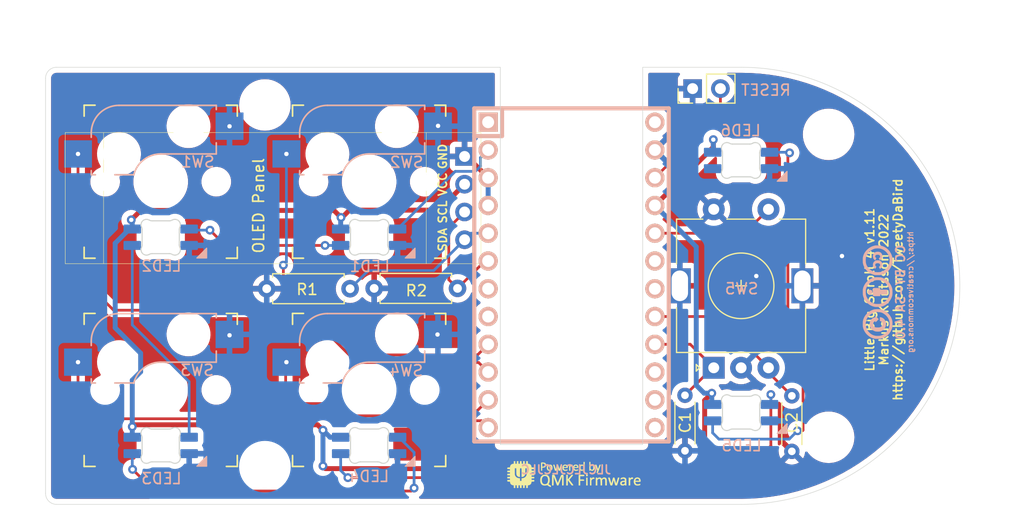
<source format=kicad_pcb>
(kicad_pcb (version 20211014) (generator pcbnew)
  (title_block (title "Little Big Scroll") (date "2022-01-28") (rev "v1.11") (company "Markus Knutsson <markus.knutsson@tweety.se>") (comment 1 "https://github.com/TweetyDaBird") (comment 2 "Licensed under Creative Commons Attribution-ShareAlike 4.0 International"))
  (layers (0 "F.Cu" signal) (31 "B.Cu" signal) (34 "B.Paste" user) (35 "F.Paste" user) (36 "B.SilkS" user "B.Silkscreen") (37 "F.SilkS" user "F.Silkscreen") (38 "B.Mask" user) (39 "F.Mask" user) (44 "Edge.Cuts" user))
  (net 0 "")
  (net 1 "GND")
  (net 2 "VCC")
  (net 3 "RGB")
  (net 4 "Net-(LED1-Pad2)")
  (net 5 "Net-(LED2-Pad2)")
  (net 6 "Net-(LED3-Pad2)")
  (net 7 "Net-(LED4-Pad2)")
  (net 8 "Net-(LED5-Pad2)")
  (net 9 "SDA")
  (net 10 "SCL")
  (net 11 "ENC_A")
  (net 12 "ENC_B")
  (net 14 "Key1")
  (net 15 "Key2")
  (net 16 "Key3")
  (net 17 "Key4")
  (net 18 "Net-(J1-Pad2)")
  (net 19 "Key5")
  (footprint "KiCad-SSD1306-0.91-OLED-4pin-128x32:SSD1306-0.91-OLED-4pin-128x32" (layer "F.Cu") (at 176.605 103.53)
    (fp_text reference "OLED1" hide)
    (fp_text value "OLED_4pin")
    (fp_text user "SCL" (at 15.5 1.27 -90) (layer "F.SilkS") (effects (font (size 0.75 0.75))))
    (fp_text user "SDA" (at 15.5 3.81 -90) (layer "F.SilkS") (effects (font (size 0.75 0.75))))
    (fp_text user "GND" (at 15.5 -3.81 -90) (layer "F.SilkS") (effects (font (size 0.75 0.75))))
    (fp_text user "OLED Panel" (at -1.325 0.69 270) (layer "F.SilkS"))
    (fp_text user "VCC" (at 15.5 -1.27 -90) (layer "F.SilkS") (effects (font (size 0.75 0.75))))
    (pad "1" thru_hole rect locked (at 17.5 -3.81) (size 1.7 1.7) (drill 1) (layers *.Cu *.Mask) (net 1 "GND"))
    (pad "2" thru_hole oval locked (at 17.5 -1.27) (size 1.7 1.7) (drill 1) (layers *.Cu *.Mask) (net 2 "VCC"))
    (pad "3" thru_hole oval locked (at 17.5 1.27) (size 1.7 1.7) (drill 1) (layers *.Cu *.Mask) (net 10 "SCL"))
    (pad "4" thru_hole oval locked (at 17.5 3.81) (size 1.7 1.7) (drill 1) (layers *.Cu *.Mask) (net 9 "SDA"))
  )
  (footprint "kicad-keyboard-parts:MX_SK6812MINI-E" (layer "F.Cu") (at 185.38 102.03)
    (fp_text reference "LED1" (at 0.06 7.75) (layer "B.SilkS") (effects (justify mirror)))
    (fp_text value "SK6812MINI-E")
    (fp_line (start 1.699999 4.377157) (end 1.699999 5.782841) (layer "Edge.Cuts") (width 0.1))
    (fp_line (start 0.794452 6.579999) (end -0.794452 6.579999) (layer "Edge.Cuts") (width 0.1))
    (fp_line (start -0.794452 3.58) (end 0.794453 3.58) (layer "Edge.Cuts") (width 0.1))
    (fp_line (start -1.699999 5.782841) (end -1.699999 4.377157) (layer "Edge.Cuts") (width 0.1))
    (fp_arc (start -1.046711 6.648296) (mid -1.63807 6.584033) (end -1.749484 5.999719) (layer "Edge.Cuts") (width 0.1))
    (fp_arc (start -0.794453 3.579999) (mid -0.925123 3.562622) (end -1.046711 3.5117) (layer "Edge.Cuts") (width 0.1))
    (fp_arc (start -1.699999 5.782842) (mid -1.712527 5.894067) (end -1.749484 5.999719) (layer "Edge.Cuts") (width 0.1))
    (fp_arc (start -1.04671 6.648298) (mid -0.925122 6.597376) (end -0.794452 6.579999) (layer "Edge.Cuts") (width 0.1))
    (fp_arc (start 1.699999 4.377156) (mid 1.712527 4.265931) (end 1.749484 4.160279) (layer "Edge.Cuts") (width 0.1))
    (fp_arc (start -1.749484 4.160279) (mid -1.638071 3.575964) (end -1.046711 3.5117) (layer "Edge.Cuts") (width 0.1))
    (fp_arc (start 1.046711 3.511701) (mid 0.925123 3.562623) (end 0.794453 3.58) (layer "Edge.Cuts") (width 0.1))
    (fp_arc (start -1.749484 4.160279) (mid -1.712527 4.265931) (end -1.699999 4.377157) (layer "Edge.Cuts") (width 0.1))
    (fp_arc (start 1.749484 5.999719) (mid 1.712527 5.894067) (end 1.699999 5.782841) (layer "Edge.Cuts") (width 0.1))
    (fp_arc (start 1.046711 3.511701) (mid 1.63807 3.575965) (end 1.749484 4.160279) (layer "Edge.Cuts") (width 0.1))
    (fp_arc (start 1.749484 5.999718) (mid 1.638072 6.584034) (end 1.046711 6.648298) (layer "Edge.Cuts") (width 0.1))
    (fp_arc (start 0.794452 6.579999) (mid 0.925123 6.597376) (end 1.046711 6.648298) (layer "Edge.Cuts") (width 0.1))
    (pad "1" smd roundrect locked (at -2.6 4.329999 270) (size 0.82 1.6) (layers "B.Cu" "B.Paste" "B.Mask") (roundrect_rratio 0.1) (net 2 "VCC"))
    (pad "2" smd roundrect locked (at -2.6 5.829999 270) (size 0.82 1.6) (layers "B.Cu" "B.Paste" "B.Mask") (roundrect_rratio 0.1) (net 4 "Net-(LED1-Pad2)"))
    (pad "3" smd roundrect locked (at 2.6 5.829999 270) (size 0.82 1.6) (layers "B.Cu" "B.Paste" "B.Mask") (roundrect_rratio 0.1) (net 1 "GND"))
    (pad "4" smd roundrect locked (at 2.6 4.329999 270) (size 0.82 1.6) (layers "B.Cu" "B.Paste" "B.Mask") (roundrect_rratio 0.1) (net 3 "RGB"))
  )
  (footprint "kicad-keyboard-parts:MX_SK6812MINI-E" (layer "F.Cu") (at 166.33 102.03)
    (fp_text reference "LED2" (at 0.06 7.71) (layer "B.SilkS") (effects (justify mirror)))
    (fp_text value "SK6812MINI-E")
    (fp_line (start -1.699999 5.782841) (end -1.699999 4.377157) (layer "Edge.Cuts") (width 0.1))
    (fp_line (start -0.794452 3.58) (end 0.794453 3.58) (layer "Edge.Cuts") (width 0.1))
    (fp_line (start 1.699999 4.377157) (end 1.699999 5.782841) (layer "Edge.Cuts") (width 0.1))
    (fp_line (start 0.794452 6.579999) (end -0.794452 6.579999) (layer "Edge.Cuts") (width 0.1))
    (fp_arc (start -1.749484 4.160279) (mid -1.712527 4.265931) (end -1.699999 4.377157) (layer "Edge.Cuts") (width 0.1))
    (fp_arc (start 1.046711 3.511701) (mid 0.925123 3.562623) (end 0.794453 3.58) (layer "Edge.Cuts") (width 0.1))
    (fp_arc (start 0.794452 6.579999) (mid 0.925123 6.597376) (end 1.046711 6.648298) (layer "Edge.Cuts") (width 0.1))
    (fp_arc (start 1.699999 4.377156) (mid 1.712527 4.265931) (end 1.749484 4.160279) (layer "Edge.Cuts") (width 0.1))
    (fp_arc (start 1.749484 5.999719) (mid 1.712527 5.894067) (end 1.699999 5.782841) (layer "Edge.Cuts") (width 0.1))
    (fp_arc (start -1.046711 6.648296) (mid -1.63807 6.584033) (end -1.749484 5.999719) (layer "Edge.Cuts") (width 0.1))
    (fp_arc (start -1.04671 6.648298) (mid -0.925122 6.597376) (end -0.794452 6.579999) (layer "Edge.Cuts") (width 0.1))
    (fp_arc (start 1.749484 5.999718) (mid 1.638072 6.584034) (end 1.046711 6.648298) (layer "Edge.Cuts") (width 0.1))
    (fp_arc (start 1.046711 3.511701) (mid 1.63807 3.575965) (end 1.749484 4.160279) (layer "Edge.Cuts") (width 0.1))
    (fp_arc (start -0.794453 3.579999) (mid -0.925123 3.562622) (end -1.046711 3.5117) (layer "Edge.Cuts") (width 0.1))
    (fp_arc (start -1.699999 5.782842) (mid -1.712527 5.894067) (end -1.749484 5.999719) (layer "Edge.Cuts") (width 0.1))
    (fp_arc (start -1.749484 4.160279) (mid -1.638071 3.575964) (end -1.046711 3.5117) (layer "Edge.Cuts") (width 0.1))
    (pad "1" smd roundrect locked (at -2.6 4.329999 270) (size 0.82 1.6) (layers "B.Cu" "B.Paste" "B.Mask") (roundrect_rratio 0.1) (net 2 "VCC"))
    (pad "2" smd roundrect locked (at -2.6 5.829999 270) (size 0.82 1.6) (layers "B.Cu" "B.Paste" "B.Mask") (roundrect_rratio 0.1) (net 5 "Net-(LED2-Pad2)"))
    (pad "3" smd roundrect locked (at 2.6 5.829999 270) (size 0.82 1.6) (layers "B.Cu" "B.Paste" "B.Mask") (roundrect_rratio 0.1) (net 1 "GND"))
    (pad "4" smd roundrect locked (at 2.6 4.329999 270) (size 0.82 1.6) (layers "B.Cu" "B.Paste" "B.Mask") (roundrect_rratio 0.1) (net 4 "Net-(LED1-Pad2)"))
  )
  (footprint "kicad-keyboard-parts:MX_SK6812MINI-E" (layer "F.Cu") (at 166.33 121.08)
    (fp_text reference "LED3" (at 0.07 8.11) (layer "B.SilkS") (effects (justify mirror)))
    (fp_text value "SK6812MINI-E")
    (fp_line (start -1.699999 5.782841) (end -1.699999 4.377157) (layer "Edge.Cuts") (width 0.1))
    (fp_line (start -0.794452 3.58) (end 0.794453 3.58) (layer "Edge.Cuts") (width 0.1))
    (fp_line (start 0.794452 6.579999) (end -0.794452 6.579999) (layer "Edge.Cuts") (width 0.1))
    (fp_line (start 1.699999 4.377157) (end 1.699999 5.782841) (layer "Edge.Cuts") (width 0.1))
    (fp_arc (start -1.749484 4.160279) (mid -1.638071 3.575964) (end -1.046711 3.5117) (layer "Edge.Cuts") (width 0.1))
    (fp_arc (start 1.046711 3.511701) (mid 1.63807 3.575965) (end 1.749484 4.160279) (layer "Edge.Cuts") (width 0.1))
    (fp_arc (start 1.749484 5.999719) (mid 1.712527 5.894067) (end 1.699999 5.782841) (layer "Edge.Cuts") (width 0.1))
    (fp_arc (start 0.794452 6.579999) (mid 0.925123 6.597376) (end 1.046711 6.648298) (layer "Edge.Cuts") (width 0.1))
    (fp_arc (start 1.749484 5.999718) (mid 1.638072 6.584034) (end 1.046711 6.648298) (layer "Edge.Cuts") (width 0.1))
    (fp_arc (start -1.046711 6.648296) (mid -1.63807 6.584033) (end -1.749484 5.999719) (layer "Edge.Cuts") (width 0.1))
    (fp_arc (start 1.046711 3.511701) (mid 0.925123 3.562623) (end 0.794453 3.58) (layer "Edge.Cuts") (width 0.1))
    (fp_arc (start -1.699999 5.782842) (mid -1.712527 5.894067) (end -1.749484 5.999719) (layer "Edge.Cuts") (width 0.1))
    (fp_arc (start -0.794453 3.579999) (mid -0.925123 3.562622) (end -1.046711 3.5117) (layer "Edge.Cuts") (width 0.1))
    (fp_arc (start 1.699999 4.377156) (mid 1.712527 4.265931) (end 1.749484 4.160279) (layer "Edge.Cuts") (width 0.1))
    (fp_arc (start -1.749484 4.160279) (mid -1.712527 4.265931) (end -1.699999 4.377157) (layer "Edge.Cuts") (width 0.1))
    (fp_arc (start -1.04671 6.648298) (mid -0.925122 6.597376) (end -0.794452 6.579999) (layer "Edge.Cuts") (width 0.1))
    (pad "1" smd roundrect locked (at -2.6 4.329999 270) (size 0.82 1.6) (layers "B.Cu" "B.Paste" "B.Mask") (roundrect_rratio 0.1) (net 2 "VCC"))
    (pad "2" smd roundrect locked (at -2.6 5.829999 270) (size 0.82 1.6) (layers "B.Cu" "B.Paste" "B.Mask") (roundrect_rratio 0.1) (net 6 "Net-(LED3-Pad2)"))
    (pad "3" smd roundrect locked (at 2.6 5.829999 270) (size 0.82 1.6) (layers "B.Cu" "B.Paste" "B.Mask") (roundrect_rratio 0.1) (net 1 "GND"))
    (pad "4" smd roundrect locked (at 2.6 4.329999 270) (size 0.82 1.6) (layers "B.Cu" "B.Paste" "B.Mask") (roundrect_rratio 0.1) (net 5 "Net-(LED2-Pad2)"))
  )
  (footprint "kicad-keyboard-parts:MX_SK6812MINI-E" (layer "F.Cu") (at 185.38 121.08)
    (fp_text reference "LED4" (at -0.01 7.91) (layer "B.SilkS") (effects (justify mirror)))
    (fp_text value "SK6812MINI-E")
    (fp_line (start -0.794452 3.58) (end 0.794453 3.58) (layer "Edge.Cuts") (width 0.1))
    (fp_line (start -1.699999 5.782841) (end -1.699999 4.377157) (layer "Edge.Cuts") (width 0.1))
    (fp_line (start 0.794452 6.579999) (end -0.794452 6.579999) (layer "Edge.Cuts") (width 0.1))
    (fp_line (start 1.699999 4.377157) (end 1.699999 5.782841) (layer "Edge.Cuts") (width 0.1))
    (fp_arc (start -1.749484 4.160279) (mid -1.638071 3.575964) (end -1.046711 3.5117) (layer "Edge.Cuts") (width 0.1))
    (fp_arc (start 1.046711 3.511701) (mid 1.63807 3.575965) (end 1.749484 4.160279) (layer "Edge.Cuts") (width 0.1))
    (fp_arc (start 1.749484 5.999718) (mid 1.638072 6.584034) (end 1.046711 6.648298) (layer "Edge.Cuts") (width 0.1))
    (fp_arc (start -1.699999 5.782842) (mid -1.712527 5.894067) (end -1.749484 5.999719) (layer "Edge.Cuts") (width 0.1))
    (fp_arc (start 1.749484 5.999719) (mid 1.712527 5.894067) (end 1.699999 5.782841) (layer "Edge.Cuts") (width 0.1))
    (fp_arc (start -1.749484 4.160279) (mid -1.712527 4.265931) (end -1.699999 4.377157) (layer "Edge.Cuts") (width 0.1))
    (fp_arc (start 1.046711 3.511701) (mid 0.925123 3.562623) (end 0.794453 3.58) (layer "Edge.Cuts") (width 0.1))
    (fp_arc (start 0.794452 6.579999) (mid 0.925123 6.597376) (end 1.046711 6.648298) (layer "Edge.Cuts") (width 0.1))
    (fp_arc (start -1.04671 6.648298) (mid -0.925122 6.597376) (end -0.794452 6.579999) (layer "Edge.Cuts") (width 0.1))
    (fp_arc (start -0.794453 3.579999) (mid -0.925123 3.562622) (end -1.046711 3.5117) (layer "Edge.Cuts") (width 0.1))
    (fp_arc (start 1.699999 4.377156) (mid 1.712527 4.265931) (end 1.749484 4.160279) (layer "Edge.Cuts") (width 0.1))
    (fp_arc (start -1.046711 6.648296) (mid -1.63807 6.584033) (end -1.749484 5.999719) (layer "Edge.Cuts") (width 0.1))
    (pad "1" smd roundrect locked (at -2.6 4.329999 270) (size 0.82 1.6) (layers "B.Cu" "B.Paste" "B.Mask") (roundrect_rratio 0.1) (net 2 "VCC"))
    (pad "2" smd roundrect locked (at -2.6 5.829999 270) (size 0.82 1.6) (layers "B.Cu" "B.Paste" "B.Mask") (roundrect_rratio 0.1) (net 7 "Net-(LED4-Pad2)"))
    (pad "3" smd roundrect locked (at 2.6 5.829999 270) (size 0.82 1.6) (layers "B.Cu" "B.Paste" "B.Mask") (roundrect_rratio 0.1) (net 1 "GND"))
    (pad "4" smd roundrect locked (at 2.6 4.329999 270) (size 0.82 1.6) (layers "B.Cu" "B.Paste" "B.Mask") (roundrect_rratio 0.1) (net 6 "Net-(LED3-Pad2)"))
  )
  (footprint "Resistor_THT:R_Axial_DIN0204_L3.6mm_D1.6mm_P5.08mm_Horizontal" (layer "F.Cu") (at 214.25 121.57 -90)
    (fp_text reference "C1" (at 2.5 -0.02 90) (layer "F.SilkS"))
    (fp_text value "100nF")
    (pad "1" thru_hole circle locked (at 0 0 270) (size 1.4 1.4) (drill 0.7) (layers *.Cu *.Mask) (net 11 "ENC_A"))
    (pad "2" thru_hole oval locked (at 5.08 0 270) (size 1.4 1.4) (drill 0.7) (layers *.Cu *.Mask) (net 1 "GND"))
  )
  (footprint "Resistor_THT:R_Axial_DIN0204_L3.6mm_D1.6mm_P5.08mm_Horizontal" (layer "F.Cu") (at 224.02 126.7 90)
    (fp_text reference "C2" (at 2.62 0.01 90) (layer "F.SilkS"))
    (fp_text value "100nF")
    (pad "1" thru_hole circle locked (at 0 0 90) (size 1.4 1.4) (drill 0.7) (layers *.Cu *.Mask) (net 1 "GND"))
    (pad "2" thru_hole oval locked (at 5.08 0 90) (size 1.4 1.4) (drill 0.7) (layers *.Cu *.Mask) (net 12 "ENC_B"))
  )
  (footprint "Resistor_THT:R_Axial_DIN0207_L6.3mm_D2.5mm_P7.62mm_Horizontal" (layer "F.Cu") (at 193.46 111.79 180)
    (fp_text reference "R2" (at 3.76 -0.21) (layer "F.SilkS"))
    (fp_text value "4K7")
    (pad "1" thru_hole circle locked (at 0 0 180) (size 1.6 1.6) (drill 0.8) (layers *.Cu *.Mask) (net 10 "SCL"))
    (pad "2" thru_hole oval locked (at 7.62 0 180) (size 1.6 1.6) (drill 0.8) (layers *.Cu *.Mask) (net 1 "GND"))
  )
  (footprint "keyswitches:Kailh_socket_MX_RGB" (layer "F.Cu") (at 166.33 102.03)
    (fp_text reference "SW1" (at 3.39 -1.81) (layer "B.SilkS") (effects (justify mirror)))
    (fp_text value "SW_Push" hide)
    (pad "" np_thru_hole circle locked (at 0 0) (size 3.9878 3.9878) (drill 3.9878) (layers *.Cu *.Mask))
    (pad "" np_thru_hole circle locked (at 2.54 -5.08) (size 3 3) (drill 3) (layers *.Cu *.Mask))
    (pad "" np_thru_hole circle locked (at 5.08 0) (size 1.7018 1.7018) (drill 1.7018) (layers *.Cu *.Mask))
    (pad "" np_thru_hole circle locked (at -5.08 0) (size 1.7018 1.7018) (drill 1.7018) (layers *.Cu *.Mask))
    (pad "" np_thru_hole circle locked (at -3.81 -2.54) (size 3 3) (drill 3) (layers *.Cu *.Mask))
    (pad "1" smd rect locked (at 6.29 -5.08) (size 2.55 2.5) (layers "B.Cu" "B.Paste" "B.Mask") (net 1 "GND"))
    (pad "2" smd rect locked (at -7.56 -2.54) (size 2.55 2.5) (layers "B.Cu" "B.Paste" "B.Mask") (net 14 "Key1"))
  )
  (footprint "keyswitches:Kailh_socket_MX_RGB" (layer "F.Cu") (at 185.38 102.03)
    (fp_text reference "SW2" (at 3.43 -1.78) (layer "B.SilkS") (effects (justify mirror)))
    (fp_text value "SW_Push" hide)
    (pad "" np_thru_hole circle locked (at 2.54 -5.08) (size 3 3) (drill 3) (layers *.Cu *.Mask))
    (pad "" np_thru_hole circle locked (at 0 0) (size 3.9878 3.9878) (drill 3.9878) (layers *.Cu *.Mask))
    (pad "" np_thru_hole circle locked (at 5.08 0) (size 1.7018 1.7018) (drill 1.7018) (layers *.Cu *.Mask))
    (pad "" np_thru_hole circle locked (at -5.08 0) (size 1.7018 1.7018) (drill 1.7018) (layers *.Cu *.Mask))
    (pad "" np_thru_hole circle locked (at -3.81 -2.54) (size 3 3) (drill 3) (layers *.Cu *.Mask))
    (pad "1" smd rect locked (at 6.29 -5.08) (size 2.55 2.5) (layers "B.Cu" "B.Paste" "B.Mask") (net 1 "GND"))
    (pad "2" smd rect locked (at -7.56 -2.54) (size 2.55 2.5) (layers "B.Cu" "B.Paste" "B.Mask") (net 15 "Key2"))
  )
  (footprint "keyswitches:Kailh_socket_MX_RGB" (layer "F.Cu") (at 166.33 121.08)
    (fp_text reference "SW3" (at 3.33 -1.8) (layer "B.SilkS") (effects (justify mirror)))
    (fp_text value "SW_Push" hide)
    (pad "" np_thru_hole circle locked (at 2.54 -5.08) (size 3 3) (drill 3) (layers *.Cu *.Mask))
    (pad "" np_thru_hole circle locked (at 5.08 0) (size 1.7018 1.7018) (drill 1.7018) (layers *.Cu *.Mask))
    (pad "" np_thru_hole circle locked (at 0 0) (size 3.9878 3.9878) (drill 3.9878) (layers *.Cu *.Mask))
    (pad "" np_thru_hole circle locked (at -3.81 -2.54) (size 3 3) (drill 3) (layers *.Cu *.Mask))
    (pad "" np_thru_hole circle locked (at -5.08 0) (size 1.7018 1.7018) (drill 1.7018) (layers *.Cu *.Mask))
    (pad "1" smd rect locked (at 6.29 -5.08) (size 2.55 2.5) (layers "B.Cu" "B.Paste" "B.Mask") (net 1 "GND"))
    (pad "2" smd rect locked (at -7.56 -2.54) (size 2.55 2.5) (layers "B.Cu" "B.Paste" "B.Mask") (net 16 "Key3"))
  )
  (footprint "keyswitches:Kailh_socket_MX_RGB" (layer "F.Cu") (at 185.38 121.08)
    (fp_text reference "SW4" (at 3.4 -1.76) (layer "B.SilkS") (effects (justify mirror)))
    (fp_text value "SW_Push" hide)
    (pad "" np_thru_hole circle locked (at 5.08 0) (size 1.7018 1.7018) (drill 1.7018) (layers *.Cu *.Mask))
    (pad "" np_thru_hole circle locked (at 0 0) (size 3.9878 3.9878) (drill 3.9878) (layers *.Cu *.Mask))
    (pad "" np_thru_hole circle locked (at -5.08 0) (size 1.7018 1.7018) (drill 1.7018) (layers *.Cu *.Mask))
    (pad "" np_thru_hole circle locked (at -3.81 -2.54) (size 3 3) (drill 3) (layers *.Cu *.Mask))
    (pad "" np_thru_hole circle locked (at 2.54 -5.08) (size 3 3) (drill 3) (layers *.Cu *.Mask))
    (pad "1" smd rect locked (at 6.29 -5.08) (size 2.55 2.5) (layers "B.Cu" "B.Paste" "B.Mask") (net 1 "GND"))
    (pad "2" smd rect locked (at -7.56 -2.54) (size 2.55 2.5) (layers "B.Cu" "B.Paste" "B.Mask") (net 17 "Key4"))
  )
  (footprint "Keebio-Parts:ArduinoProMicro-BackSide" (layer "F.Cu") (at 203.88 110.555 -90)
    (fp_text reference "U1" hide)
    (fp_text value "ProMicro" hide)
    (pad "1" thru_hole rect locked (at -13.97 7.62 270) (size 1.7526 1.7526) (drill 1.0922) (layers *.Cu *.SilkS *.Mask))
    (pad "2" thru_hole circle locked (at -11.43 7.62 270) (size 1.7526 1.7526) (drill 1.0922) (layers *.Cu *.SilkS *.Mask) (net 3 "RGB"))
    (pad "3" thru_hole circle locked (at -8.89 7.62 270) (size 1.7526 1.7526) (drill 1.0922) (layers *.Cu *.SilkS *.Mask) (net 1 "GND"))
    (pad "4" thru_hole circle locked (at -6.35 7.62 270) (size 1.7526 1.7526) (drill 1.0922) (layers *.Cu *.SilkS *.Mask) (net 1 "GND"))
    (pad "5" thru_hole circle locked (at -3.81 7.62 270) (size 1.7526 1.7526) (drill 1.0922) (layers *.Cu *.SilkS *.Mask) (net 9 "SDA"))
    (pad "6" thru_hole circle locked (at -1.27 7.62 270) (size 1.7526 1.7526) (drill 1.0922) (layers *.Cu *.SilkS *.Mask) (net 10 "SCL"))
    (pad "7" thru_hole circle locked (at 1.27 7.62 270) (size 1.7526 1.7526) (drill 1.0922) (layers *.Cu *.SilkS *.Mask))
    (pad "8" thru_hole circle locked (at 3.81 7.62 270) (size 1.7526 1.7526) (drill 1.0922) (layers *.Cu *.SilkS *.Mask))
    (pad "9" thru_hole circle locked (at 6.35 7.62 270) (size 1.7526 1.7526) (drill 1.0922) (layers *.Cu *.SilkS *.Mask) (net 15 "Key2"))
    (pad "10" thru_hole circle locked (at 8.89 7.62 270) (size 1.7526 1.7526) (drill 1.0922) (layers *.Cu *.SilkS *.Mask) (net 14 "Key1"))
    (pad "11" thru_hole circle locked (at 11.43 7.62 270) (size 1.7526 1.7526) (drill 1.0922) (layers *.Cu *.SilkS *.Mask) (net 17 "Key4"))
    (pad "12" thru_hole circle locked (at 13.97 7.62 270) (size 1.7526 1.7526) (drill 1.0922) (layers *.Cu *.SilkS *.Mask) (net 16 "Key3"))
    (pad "13" thru_hole circle locked (at 13.97 -7.62 270) (size 1.7526 1.7526) (drill 1.0922) (layers *.Cu *.SilkS *.Mask))
    (pad "14" thru_hole circle locked (at 11.43 -7.62 270) (size 1.7526 1.7526) (drill 1.0922) (layers *.Cu *.SilkS *.Mask))
    (pad "15" thru_hole circle locked (at 8.89 -7.62 270) (size 1.7526 1.7526) (drill 1.0922) (layers *.Cu *.SilkS *.Mask))
    (pad "16" thru_hole circle locked (at 6.35 -7.62 270) (size 1.7526 1.7526) (drill 1.0922) (layers *.Cu *.SilkS *.Mask) (net 11 "ENC_A"))
    (pad "17" thru_hole circle locked (at 3.81 -7.62 270) (size 1.7526 1.7526) (drill 1.0922) (layers *.Cu *.SilkS *.Mask) (net 12 "ENC_B"))
    (pad "18" thru_hole circle locked (at 1.27 -7.62 270) (size 1.7526 1.7526) (drill 1.0922) (layers *.Cu *.SilkS *.Mask))
    (pad "19" thru_hole circle locked (at -1.27 -7.62 270) (size 1.7526 1.7526) (drill 1.0922) (layers *.Cu *.SilkS *.Mask))
    (pad "20" thru_hole circle locked (at -3.81 -7.62 270) (size 1.7526 1.7526) (drill 1.0922) (layers *.Cu *.SilkS *.Mask) (net 19 "Key5"))
    (pad "21" thru_hole circle locked (at -6.35 -7.62 270) (size 1.7526 1.7526) (drill 1.0922) (layers *.Cu *.SilkS *.Mask) (net 2 "VCC"))
    (pad "22" thru_hole circle locked (at -8.89 -7.62 270) (size 1.7526 1.7526) (drill 1.0922) (layers *.Cu *.SilkS *.Mask) (net 18 "Net-(J1-Pad2)"))
    (pad "23" thru_hole circle locked (at -11.43 -7.62 270) (size 1.7526 1.7526) (drill 1.0922) (layers *.Cu *.SilkS *.Mask) (net 1 "GND"))
    (pad "24" thru_hole circle locked (at -13.97 -7.62 270) (size 1.7526 1.7526) (drill 1.0922) (layers *.Cu *.SilkS *.Mask))
  )
  (footprint "Keyboard Library:RotaryEncoder_Alps_EC11E-Switch_Vertical_H20mm" (layer "F.Cu") (at 219.38 111.555 90)
    (fp_text reference "SW5" (at -0.265 0.05 180) (layer "B.SilkS") (effects (justify mirror)))
    (fp_text value "Rotary_Encoder_Switch")
    (pad "A" thru_hole rect (at -7.5 -2.5 90) (size 2 2) (drill 1) (layers *.Cu *.Mask) (net 11 "ENC_A"))
    (pad "B" thru_hole circle (at -7.5 2.5 90) (size 2 2) (drill 1) (layers *.Cu *.Mask) (net 12 "ENC_B"))
    (pad "C" thru_hole circle (at -7.5 0 90) (size 2 2) (drill 1) (layers *.Cu *.Mask) (net 1 "GND"))
    (pad "MP1" thru_hole rect (at 0 5.6 90) (size 3.2 2) (drill oval 2.8 1.5) (layers *.Cu *.Mask) (net 1 "GND"))
    (pad "MP2" thru_hole rect (at 0 -5.6 90) (size 3.2 2) (drill oval 2.8 1.5) (layers *.Cu *.Mask) (net 1 "GND"))
    (pad "S1" thru_hole circle (at 7 2.5 90) (size 2 2) (drill 1) (layers *.Cu *.Mask) (net 19 "Key5"))
    (pad "S2" thru_hole circle (at 7 -2.5 90) (size 2 2) (drill 1) (layers *.Cu *.Mask) (net 1 "GND"))
  )
  (footprint "MountingHole:MountingHole_3.7mm" (layer "F.Cu") (at 175.855 95.005)
    (fp_text reference "H1" hide)
    (fp_text value "Hole")
    (pad "" np_thru_hole circle locked (at 0 0) (size 3.7 3.7) (drill 3.7) (layers *.Cu *.Mask))
  )
  (footprint "MountingHole:MountingHole_3.7mm" (layer "F.Cu") (at 227.38 97.698594)
    (fp_text reference "H2" hide)
    (fp_text value "Hole")
    (pad "" np_thru_hole circle locked (at 0 0) (size 3.7 3.7) (drill 3.7) (layers *.Cu *.Mask))
  )
  (footprint "MountingHole:MountingHole_3.7mm" (layer "F.Cu") (at 227.38 125.411406)
    (fp_text reference "H3" hide)
    (fp_text value "Hole")
    (pad "" np_thru_hole circle locked (at 0 0) (size 3.7 3.7) (drill 3.7) (layers *.Cu *.Mask))
  )
  (footprint "MountingHole:MountingHole_3.7mm" (layer "F.Cu") (at 175.855 128.105)
    (fp_text reference "H4" hide)
    (fp_text value "Hole")
    (pad "" np_thru_hole circle locked (at 0 0) (size 3.7 3.7) (drill 3.7) (layers *.Cu *.Mask))
  )
  (footprint "kicad-keyboard-parts:MX_SK6812MINI-E" (layer "F.Cu") (at 219.38 95.005)
    (fp_text reference "LED6" (at -0.04 2.345) (layer "B.SilkS") (effects (justify mirror)))
    (fp_text value "SK6812MINI-E")
    (fp_line (start 1.699999 4.377157) (end 1.699999 5.782841) (layer "Edge.Cuts") (width 0.1))
    (fp_line (start -1.699999 5.782841) (end -1.699999 4.377157) (layer "Edge.Cuts") (width 0.1))
    (fp_line (start 0.794452 6.579999) (end -0.794452 6.579999) (layer "Edge.Cuts") (width 0.1))
    (fp_line (start -0.794452 3.58) (end 0.794453 3.58) (layer "Edge.Cuts") (width 0.1))
    (fp_arc (start -1.749484 4.160279) (mid -1.712527 4.265931) (end -1.699999 4.377157) (layer "Edge.Cuts") (width 0.1))
    (fp_arc (start 1.699999 4.377156) (mid 1.712527 4.265931) (end 1.749484 4.160279) (layer "Edge.Cuts") (width 0.1))
    (fp_arc (start 1.046711 3.511701) (mid 0.925123 3.562623) (end 0.794453 3.58) (layer "Edge.Cuts") (width 0.1))
    (fp_arc (start 0.794452 6.579999) (mid 0.925123 6.597376) (end 1.046711 6.648298) (layer "Edge.Cuts") (width 0.1))
    (fp_arc (start 1.749484 5.999719) (mid 1.712527 5.894067) (end 1.699999 5.782841) (layer "Edge.Cuts") (width 0.1))
    (fp_arc (start -1.04671 6.648298) (mid -0.925122 6.597376) (end -0.794452 6.579999) (layer "Edge.Cuts") (width 0.1))
    (fp_arc (start -1.749484 4.160279) (mid -1.638071 3.575964) (end -1.046711 3.5117) (layer "Edge.Cuts") (width 0.1))
    (fp_arc (start 1.749484 5.999718) (mid 1.638072 6.584034) (end 1.046711 6.648298) (layer "Edge.Cuts") (width 0.1))
    (fp_arc (start -0.794453 3.579999) (mid -0.925123 3.562622) (end -1.046711 3.5117) (layer "Edge.Cuts") (width 0.1))
    (fp_arc (start 1.046711 3.511701) (mid 1.63807 3.575965) (end 1.749484 4.160279) (layer "Edge.Cuts") (width 0.1))
    (fp_arc (start -1.046711 6.648296) (mid -1.63807 6.584033) (end -1.749484 5.999719) (layer "Edge.Cuts") (width 0.1))
    (fp_arc (start -1.699999 5.782842) (mid -1.712527 5.894067) (end -1.749484 5.999719) (layer "Edge.Cuts") (width 0.1))
    (pad "1" smd roundrect locked (at -2.6 4.329999 270) (size 0.82 1.6) (layers "B.Cu" "B.Paste" "B.Mask") (roundrect_rratio 0.1) (net 2 "VCC"))
    (pad "2" smd roundrect locked (at -2.6 5.829999 270) (size 0.82 1.6) (layers "B.Cu" "B.Paste" "B.Mask") (roundrect_rratio 0.1))
    (pad "3" smd roundrect locked (at 2.6 5.829999 270) (size 0.82 1.6) (layers "B.Cu" "B.Paste" "B.Mask") (roundrect_rratio 0.1) (net 1 "GND"))
    (pad "4" smd roundrect locked (at 2.6 4.329999 270) (size 0.82 1.6) (layers "B.Cu" "B.Paste" "B.Mask") (roundrect_rratio 0.1) (net 8 "Net-(LED5-Pad2)"))
  )
  (footprint "kicad-keyboard-parts:MX_SK6812MINI-E" (layer "F.Cu") (at 219.38 118.08)
    (fp_text reference "LED5" (at 0.05 8.1) (layer "B.SilkS") (effects (justify mirror)))
    (fp_text value "SK6812MINI-E")
    (fp_line (start 1.699999 4.377157) (end 1.699999 5.782841) (layer "Edge.Cuts") (width 0.1))
    (fp_line (start -1.699999 5.782841) (end -1.699999 4.377157) (layer "Edge.Cuts") (width 0.1))
    (fp_line (start -0.794452 3.58) (end 0.794453 3.58) (layer "Edge.Cuts") (width 0.1))
    (fp_line (start 0.794452 6.579999) (end -0.794452 6.579999) (layer "Edge.Cuts") (width 0.1))
    (fp_arc (start -1.046711 6.648296) (mid -1.63807 6.584033) (end -1.749484 5.999719) (layer "Edge.Cuts") (width 0.1))
    (fp_arc (start 1.046711 3.511701) (mid 0.925123 3.562623) (end 0.794453 3.58) (layer "Edge.Cuts") (width 0.1))
    (fp_arc (start -1.749484 4.160279) (mid -1.638071 3.575964) (end -1.046711 3.5117) (layer "Edge.Cuts") (width 0.1))
    (fp_arc (start -1.699999 5.782842) (mid -1.712527 5.894067) (end -1.749484 5.999719) (layer "Edge.Cuts") (width 0.1))
    (fp_arc (start 1.749484 5.999719) (mid 1.712527 5.894067) (end 1.699999 5.782841) (layer "Edge.Cuts") (width 0.1))
    (fp_arc (start -1.04671 6.648298) (mid -0.925122 6.597376) (end -0.794452 6.579999) (layer "Edge.Cuts") (width 0.1))
    (fp_arc (start 1.046711 3.511701) (mid 1.63807 3.575965) (end 1.749484 4.160279) (layer "Edge.Cuts") (width 0.1))
    (fp_arc (start 1.699999 4.377156) (mid 1.712527 4.265931) (end 1.749484 4.160279) (layer "Edge.Cuts") (width 0.1))
    (fp_arc (start 1.749484 5.999718) (mid 1.638072 6.584034) (end 1.046711 6.648298) (layer "Edge.Cuts") (width 0.1))
    (fp_arc (start 0.794452 6.579999) (mid 0.925123 6.597376) (end 1.046711 6.648298) (layer "Edge.Cuts") (width 0.1))
    (fp_arc (start -0.794453 3.579999) (mid -0.925123 3.562622) (end -1.046711 3.5117) (layer "Edge.Cuts") (width 0.1))
    (fp_arc (start -1.749484 4.160279) (mid -1.712527 4.265931) (end -1.699999 4.377157) (layer "Edge.Cuts") (width 0.1))
    (pad "1" smd roundrect locked (at -2.6 4.329999 270) (size 0.82 1.6) (layers "B.Cu" "B.Paste" "B.Mask") (roundrect_rratio 0.1) (net 2 "VCC"))
    (pad "2" smd roundrect locked (at -2.6 5.829999 270) (size 0.82 1.6) (layers "B.Cu" "B.Paste" "B.Mask") (roundrect_rratio 0.1) (net 8 "Net-(LED5-Pad2)"))
    (pad "3" smd roundrect locked (at 2.6 5.829999 270) (size 0.82 1.6) (layers "B.Cu" "B.Paste" "B.Mask") (roundrect_rratio 0.1) (net 1 "GND"))
    (pad "4" smd roundrect locked (at 2.6 4.329999 270) (size 0.82 1.6) (layers "B.Cu" "B.Paste" "B.Mask") (roundrect_rratio 0.1) (net 7 "Net-(LED4-Pad2)"))
  )
  (footprint "Connector_PinHeader_2.54mm:PinHeader_1x02_P2.54mm_Vertical" (layer "F.Cu") (at 214.95 93.51 90)
    (fp_text reference "J1" hide)
    (fp_text value "Conn_01x02")
    (fp_text user "RESET" (at -0.14 6.7 180) (layer "B.SilkS") (effects (justify mirror)))
    (pad "1" thru_hole rect locked (at 0 0 90) (size 1.7 1.7) (drill 1) (layers *.Cu *.Mask) (net 1 "GND"))
    (pad "2" thru_hole oval locked (at 0 2.54 90) (size 1.7 1.7) (drill 1) (layers *.Cu *.Mask) (net 18 "Net-(J1-Pad2)"))
  )
  (footprint "Resistor_THT:R_Axial_DIN0207_L6.3mm_D2.5mm_P7.62mm_Horizontal" (layer "F.Cu") (at 183.64 111.82 180)
    (fp_text reference "R1" (at 3.93 -0.07) (layer "F.SilkS"))
    (fp_text value "4K7")
    (pad "1" thru_hole circle locked (at 0 0 180) (size 1.6 1.6) (drill 0.8) (layers *.Cu *.Mask) (net 9 "SDA"))
    (pad "2" thru_hole oval locked (at 7.62 0 180) (size 1.6 1.6) (drill 0.8) (layers *.Cu *.Mask) (net 1 "GND"))
  )
  (footprint "QMK Logo:Powered_by_QMK" (layer "F.Cu") (at 204.13 128.81)
    (fp_text reference "Logo1" hide)
    (fp_text value "QMK_Logo" hide)
  )
  (footprint "Keyboard Library:CC_BY_SA_40" (layer "B.Cu") (at 231.79 112.17 -90)
    (fp_text reference "Lic1" hide)
    (fp_text value "CC-BY-SA_4.0")
    (fp_text user "CC BY-SA 4.0" (at -0.041555 -2.16 -90) (layer "B.SilkS") (effects (font (size 0.8 0.8)) (justify mirror)))
    (fp_text user "https://creativecommons.org" (at -0.041555 -3.07 -90) (layer "B.SilkS") (effects (font (size 0.5 0.5) (thickness 0.1)) (justify mirror)))
  )
  (gr_line (start 210.39 91.56) (end 219.38 91.56) (layer "Edge.Cuts") (width 0.05))
  (gr_arc (start 155.805 92.56) (mid 156.097893 91.852893) (end 156.805 91.56) (layer "Edge.Cuts") (width 0.05))
  (gr_arc (start 156.805 131.55) (mid 156.097893 131.257107) (end 155.805 130.55) (layer "Edge.Cuts") (width 0.05))
  (gr_line (start 210.39 91.56) (end 210.39 126.07) (layer "Edge.Cuts") (width 0.05))
  (gr_arc (start 219.38 91.56) (mid 239.375 111.555) (end 219.38 131.55) (layer "Edge.Cuts") (width 0.05))
  (gr_line (start 197.37 126.07) (end 197.37 91.56) (layer "Edge.Cuts") (width 0.05))
  (gr_line (start 155.805 92.56) (end 155.805 130.55) (layer "Edge.Cuts") (width 0.05))
  (gr_line (start 156.805 131.55) (end 219.38 131.55) (layer "Edge.Cuts") (width 0.05))
  (gr_line (start 210.39 126.07) (end 197.37 126.07) (layer "Edge.Cuts") (width 0.05))
  (gr_line (start 156.805 91.56) (end 197.37 91.56) (layer "Edge.Cuts") (width 0.05))
  (gr_text "JLCJLCJLCJLC" (at 203.37 128.38) (layer "B.SilkS") (effects (font (size 0.8 0.8)) (justify mirror)))
  (gr_text "Little Big Scroll 4 v1.11\nMarkus Knutsson 2022\nhttps://github.com/TweetyDaBird" (at 232.43 111.91 90) (layer "F.SilkS") (effects (font (size 0.8 0.8))))
  (segment (start 194.105 99.72) (end 194.315 99.72) (width 0.45) (layer "F.Cu") (net 1))
  (segment (start 194.315 99.72) (end 196.26 101.665) (width 0.45) (layer "F.Cu") (net 1))
  (via (at 220.77 110.66) (size 0.8) (drill 0.4) (layers "F.Cu" "B.Cu") (net 1))
  (via (at 172.62 116.08) (size 0.8) (drill 0.4) (layers "F.Cu" "B.Cu") (net 1))
  (via (at 172.62 96.96) (size 0.8) (drill 0.4) (layers "F.Cu" "B.Cu") (net 1))
  (via (at 228.6 108.83) (size 0.8) (drill 0.4) (layers "F.Cu" "B.Cu") (net 1))
  (via (at 191.63 116.01) (size 0.8) (drill 0.4) (layers "F.Cu" "B.Cu") (net 1))
  (via (at 191.68 96.92) (size 0.8) (drill 0.4) (layers "F.Cu" "B.Cu") (net 1))
  (segment (start 196.26 104.205) (end 196.26 101.665) (width 0.45) (layer "B.Cu") (net 1))
  (segment (start 182.81 105.3) (end 182.17 104.66) (width 0.45) (layer "F.Cu") (net 2))
  (segment (start 163.904989 124.269511) (end 163.73 124.4445) (width 0.45) (layer "F.Cu") (net 2))
  (segment (start 183.58 104.63) (end 191.735 104.63) (width 0.45) (layer "F.Cu") (net 2))
  (segment (start 181.16 128.04) (end 181.4 128.28) (width 0.45) (layer "F.Cu") (net 2))
  (segment (start 214.8 128.28) (end 216.05 127.03) (width 0.45) (layer "F.Cu") (net 2))
  (segment (start 191.735 104.63) (end 194.105 102.26) (width 0.45) (layer "F.Cu") (net 2))
  (segment (start 216.84 98.865) (end 216.84 98.18) (width 0.45) (layer "F.Cu") (net 2))
  (segment (start 181.4 128.28) (end 214.8 128.28) (width 0.45) (layer "F.Cu") (net 2))
  (segment (start 182.81 105.3) (end 182.91 105.3) (width 0.45) (layer "F.Cu") (net 2))
  (segment (start 164.5 104.66) (end 163.64 105.52) (width 0.45) (layer "F.Cu") (net 2))
  (segment (start 180.669511 124.269511) (end 163.904989 124.269511) (width 0.45) (layer "F.Cu") (net 2))
  (segment (start 216.05 122.03) (end 216.7 121.38) (width 0.45) (layer "F.Cu") (net 2))
  (segment (start 216.05 127.03) (end 216.05 122.03) (width 0.45) (layer "F.Cu") (net 2))
  (segment (start 211.5 104.205) (end 216.84 98.865) (width 0.45) (layer "F.Cu") (net 2))
  (segment (start 181.16 124.76) (end 180.669511 124.269511) (width 0.45) (layer "F.Cu") (net 2))
  (segment (start 182.91 105.3) (end 183.58 104.63) (width 0.45) (layer "F.Cu") (net 2))
  (segment (start 182.17 104.66) (end 164.5 104.66) (width 0.45) (layer "F.Cu") (net 2))
  (via (at 216.7 121.38) (size 0.8) (drill 0.4) (layers "F.Cu" "B.Cu") (net 2))
  (via (at 181.16 124.76) (size 0.8) (drill 0.4) (layers "F.Cu" "B.Cu") (net 2))
  (via (at 181.16 128.04) (size 0.8) (drill 0.4) (layers "F.Cu" "B.Cu") (net 2))
  (via (at 163.73 124.4445) (size 0.8) (drill 0.4) (layers "F.Cu" "B.Cu") (net 2))
  (via (at 182.81 105.3) (size 0.8) (drill 0.4) (layers "F.Cu" "B.Cu") (net 2))
  (via (at 163.64 105.52) (size 0.8) (drill 0.4) (layers "F.Cu" "B.Cu") (net 2))
  (via (at 216.84 98.18) (size 0.8) (drill 0.4) (layers "F.Cu" "B.Cu") (net 2))
  (segment (start 163.73 106.359999) (end 163.73 105.61) (width 0.45) (layer "B.Cu") (net 2))
  (segment (start 181.16 124.76) (end 181.16 128.04) (width 0.45) (layer "B.Cu") (net 2))
  (segment (start 216.84 98.18) (end 216.84 99.274999) (width 0.45) (layer "B.Cu") (net 2))
  (segment (start 181.809999 125.409999) (end 181.16 124.76) (width 0.45) (layer "B.Cu") (net 2))
  (segment (start 163.73 105.61) (end 163.64 105.52) (width 0.45) (layer "B.Cu") (net 2))
  (segment (start 163.73 120.189124) (end 163.73 124.4445) (width 0.45) (layer "B.Cu") (net 2))
  (segment (start 216.005978 121.38) (end 216.7 121.38) (width 0.45) (layer "B.Cu") (net 2))
  (segment (start 211.5 104.205) (end 215.280489 107.985489) (width 0.45) (layer "B.Cu") (net 2))
  (segment (start 163.73 125.409999) (end 163.73 124.4445) (width 0.45) (layer "B.Cu") (net 2))
  (segment (start 216.7 122.329999) (end 216.7 121.38) (width 0.45) (layer "B.Cu") (net 2))
  (segment (start 163.73 106.359999) (end 163.467673 106.359999) (width 0.45) (layer "B.Cu") (net 2))
  (segment (start 182.78 106.359999) (end 182.78 105.33) (width 0.45) (layer "B.Cu") (net 2))
  (segment (start 163.467673 106.359999) (end 162.17 107.657672) (width 0.45) (layer "B.Cu") (net 2))
  (segment (start 216.84 99.274999) (end 216.78 99.334999) (width 0.45) (layer "B.Cu") (net 2))
  (segment (start 215.280489 107.985489) (end 215.280489 120.654511) (width 0.45) (layer "B.Cu") (net 2))
  (segment (start 215.280489 120.654511) (end 216.005978 121.38) (width 0.45) (layer "B.Cu") (net 2))
  (segment (start 162.17 107.657672) (end 162.17 115.397605) (width 0.45) (layer "B.Cu") (net 2))
  (segment (start 164.494521 117.722126) (end 164.494521 119.424603) (width 0.45) (layer "B.Cu") (net 2))
  (segment (start 216.78 122.409999) (end 216.7 122.329999) (width 0.45) (layer "B.Cu") (net 2))
  (segment (start 164.494521 119.424603) (end 163.73 120.189124) (width 0.45) (layer "B.Cu") (net 2))
  (segment (start 182.78 125.409999) (end 181.809999 125.409999) (width 0.45) (layer "B.Cu") (net 2))
  (segment (start 182.78 105.33) (end 182.81 105.3) (width 0.45) (layer "B.Cu") (net 2))
  (segment (start 162.17 115.397605) (end 164.494521 117.722126) (width 0.45) (layer "B.Cu") (net 2))
  (segment (start 193.25451 101.085489) (end 195.088533 101.085489) (width 0.25) (layer "B.Cu") (net 3))
  (segment (start 187.98 106.359999) (end 193.25451 101.085489) (width 0.25) (layer "B.Cu") (net 3))
  (segment (start 195.088533 101.085489) (end 195.56 100.614022) (width 0.25) (layer "B.Cu") (net 3))
  (segment (start 195.56 99.825) (end 196.26 99.125) (width 0.25) (layer "B.Cu") (net 3))
  (segment (start 195.56 100.614022) (end 195.56 99.825) (width 0.25) (layer "B.Cu") (net 3))
  (segment (start 172.619999 107.859999) (end 172.229999 107.859999) (width 0.25) (layer "F.Cu") (net 4))
  (segment (start 172.229999 107.859999) (end 170.83 106.46) (width 0.25) (layer "F.Cu") (net 4))
  (segment (start 181.350001 107.859999) (end 172.619999 107.859999) (width 0.25) (layer "F.Cu") (net 4))
  (via (at 170.83 106.46) (size 0.8) (drill 0.4) (layers "F.Cu" "B.Cu") (net 4))
  (via (at 181.350001 107.859999) (size 0.8) (drill 0.4) (layers "F.Cu" "B.Cu") (net 4))
  (segment (start 170.83 106.46) (end 169.030001 106.46) (width 0.25) (layer "B.Cu") (net 4))
  (segment (start 182.78 107.859999) (end 181.350001 107.859999) (width 0.25) (layer "B.Cu") (net 4))
  (segment (start 169.030001 106.46) (end 168.93 106.359999) (width 0.25) (layer "B.Cu") (net 4))
  (segment (start 168.93 120.330546) (end 168.93 125.409999) (width 0.25) (layer "B.Cu") (net 5))
  (segment (start 163.73 107.859999) (end 163.73 115.130546) (width 0.25) (layer "B.Cu") (net 5))
  (segment (start 163.73 115.130546) (end 168.93 120.330546) (width 0.25) (layer "B.Cu") (net 5))
  (segment (start 189.220479 130.329521) (end 189.49 130.06) (width 0.25) (layer "F.Cu") (net 6))
  (segment (start 163.76 128.35) (end 165.739521 130.329521) (width 0.25) (layer "F.Cu") (net 6))
  (segment (start 165.739521 130.329521) (end 189.220479 130.329521) (width 0.25) (layer "F.Cu") (net 6))
  (via (at 189.49 130.06) (size 0.8) (drill 0.4) (layers "F.Cu" "B.Cu") (net 6))
  (via (at 163.76 128.35) (size 0.8) (drill 0.4) (layers "F.Cu" "B.Cu") (net 6))
  (segment (start 163.73 128.32) (end 163.76 128.35) (width 0.25) (layer "B.Cu") (net 6))
  (segment (start 188.100906 125.409999) (end 187.98 125.409999) (width 0.25) (layer "B.Cu") (net 6))
  (segment (start 189.49 130.06) (end 189.49 126.799093) (width 0.25) (layer "B.Cu") (net 6))
  (segment (start 189.49 126.799093) (end 188.100906 125.409999) (width 0.25) (layer "B.Cu") (net 6))
  (segment (start 163.73 126.909999) (end 163.73 128.32) (width 0.25) (layer "B.Cu") (net 6))
  (segment (start 219.1955 129.1045) (end 183.438469 129.1045) (width 0.25) (layer "F.Cu") (net 7))
  (segment (start 222.1 126.2) (end 219.1955 129.1045) (width 0.25) (layer "F.Cu") (net 7))
  (segment (start 222.1 121.5) (end 222.1 126.2) (width 0.25) (layer "F.Cu") (net 7))
  (via (at 222.1 121.5) (size 0.8) (drill 0.4) (layers "F.Cu" "B.Cu") (net 7))
  (via (at 183.438469 129.1045) (size 0.8) (drill 0.4) (layers "F.Cu" "B.Cu") (net 7))
  (segment (start 221.98 122.409999) (end 222.1 122.289999) (width 0.25) (layer "B.Cu") (net 7))
  (segment (start 182.78 128.446031) (end 183.438469 129.1045) (width 0.25) (layer "B.Cu") (net 7))
  (segment (start 182.78 126.909999) (end 182.78 128.446031) (width 0.25) (layer "B.Cu") (net 7))
  (segment (start 222.1 122.289999) (end 222.1 121.5) (width 0.25) (layer "B.Cu") (net 7))
  (segment (start 223.655489 99.544511) (end 223.655489 119.135489) (width 0.25) (layer "F.Cu") (net 8))
  (segment (start 223.81 99.39) (end 223.655489 99.544511) (width 0.25) (layer "F.Cu") (net 8))
  (segment (start 223.655489 119.135489) (end 225.044511 120.524511) (width 0.25) (layer "F.Cu") (net 8))
  (segment (start 225.044511 120.524511) (end 225.044511 124.755489) (width 0.25) (layer "F.Cu") (net 8))
  (segment (start 225.044511 124.755489) (end 224.98 124.82) (width 0.25) (layer "F.Cu") (net 8))
  (segment (start 224.98 124.82) (end 224.54 124.82) (width 0.25) (layer "F.Cu") (net 8))
  (via (at 223.81 99.39) (size 0.8) (drill 0.4) (layers "F.Cu" "B.Cu") (net 8))
  (via (at 224.54 124.82) (size 0.8) (drill 0.4) (layers "F.Cu" "B.Cu") (net 8))
  (segment (start 223.78 125.58) (end 217.35 125.58) (width 0.25) (layer "B.Cu") (net 8))
  (segment (start 216.78 125.01) (end 216.78 123.909999) (width 0.25) (layer "B.Cu") (net 8))
  (segment (start 224.54 124.82) (end 223.78 125.58) (width 0.25) (layer "B.Cu") (net 8))
  (segment (start 221.98 99.334999) (end 223.754999 99.334999) (width 0.25) (layer "B.Cu") (net 8))
  (segment (start 223.754999 99.334999) (end 223.81 99.39) (width 0.25) (layer "B.Cu") (net 8))
  (segment (start 217.35 125.58) (end 216.78 125.01) (width 0.25) (layer "B.Cu") (net 8))
  (segment (start 185.3 110.16) (end 183.64 111.82) (width 0.25) (layer "B.Cu") (net 9))
  (segment (start 194.7 106.745) (end 194.105 107.34) (width 0.25) (layer "B.Cu") (net 9))
  (segment (start 196.26 106.745) (end 194.7 106.745) (width 0.25) (layer "B.Cu") (net 9))
  (segment (start 194.105 107.34) (end 191.285 110.16) (width 0.25) (layer "B.Cu") (net 9))
  (segment (start 191.285 110.16) (end 185.3 110.16) (width 0.25) (layer "B.Cu") (net 9))
  (segment (start 193.46 111.79) (end 195.965 109.285) (width 0.25) (layer "F.Cu") (net 10))
  (segment (start 192.660001 106.244999) (end 194.105 104.8) (width 0.25) (layer "F.Cu") (net 10))
  (segment (start 192.660001 110.990001) (end 192.660001 106.244999) (width 0.25) (layer "F.Cu") (net 10))
  (segment (start 195.965 109.285) (end 196.26 109.285) (width 0.25) (layer "F.Cu") (net 10))
  (segment (start 193.46 111.79) (end 192.660001 110.990001) (width 0.25) (layer "F.Cu") (net 10))
  (segment (start 211.5 116.905) (end 214.73 116.905) (width 0.25) (layer "F.Cu") (net 11))
  (segment (start 216.88 119.055) (end 216.765 119.055) (width 0.25) (layer "F.Cu") (net 11))
  (segment (start 216.765 119.055) (end 214.25 121.57) (width 0.25) (layer "F.Cu") (net 11))
  (segment (start 214.73 116.905) (end 216.88 119.055) (width 0.25) (layer "F.Cu") (net 11))
  (segment (start 221.88 119.48) (end 221.88 119.055) (width 0.25) (layer "F.Cu") (net 12))
  (segment (start 221.88 119.055) (end 217.19 114.365) (width 0.25) (layer "F.Cu") (net 12))
  (segment (start 224.02 121.62) (end 221.88 119.48) (width 0.25) (layer "F.Cu") (net 12))
  (segment (start 217.19 114.365) (end 211.5 114.365) (width 0.25) (layer "F.Cu") (net 12))
  (segment (start 179.470974 113.79) (end 162.03 113.79) (width 0.25) (layer "F.Cu") (net 14))
  (segment (start 196.26 119.445) (end 195.3837 118.5687) (width 0.25) (layer "F.Cu") (net 14))
  (segment (start 195.3837 118.5687) (end 184.249674 118.5687) (width 0.25) (layer "F.Cu") (net 14))
  (segment (start 184.249674 118.5687) (end 179.470974 113.79) (width 0.25) (layer "F.Cu") (net 14))
  (segment (start 158.77 110.53) (end 158.77 99.49) (width 0.25) (layer "F.Cu") (net 14))
  (segment (start 162.03 113.79) (end 158.77 110.53) (width 0.25) (layer "F.Cu") (net 14))
  (via (at 158.77 99.49) (size 0.8) (drill 0.4) (layers "F.Cu" "B.Cu") (net 14))
  (segment (start 195.290479 117.874521) (end 184.804521 117.874521) (width 0.25) (layer "F.Cu") (net 15))
  (segment (start 184.804521 117.874521) (end 177.54 110.61) (width 0.25) (layer "F.Cu") (net 15))
  (segment (start 196.26 116.905) (end 195.290479 117.874521) (width 0.25) (layer "F.Cu") (net 15))
  (segment (start 177.54 110.61) (end 177.54 109.66) (width 0.25) (layer "F.Cu") (net 15))
  (via (at 177.54 109.66) (size 0.8) (drill 0.4) (layers "F.Cu" "B.Cu") (net 15))
  (via (at 177.82 99.49) (size 0.8) (drill 0.4) (layers "F.Cu" "B.Cu") (net 15))
  (segment (start 177.54 109.66) (end 177.82 109.38) (width 0.25) (layer "B.Cu") (net 15))
  (segment (start 177.82 109.38) (end 177.82 99.49) (width 0.25) (layer "B.Cu") (net 15))
  (segment (start 196.26 124.525) (end 195.632931 123.897931) (width 0.25) (layer "F.Cu") (net 16))
  (segment (start 161.803158 123.72) (end 161.531579 123.448421) (width 0.25) (layer "F.Cu") (net 16))
  (segment (start 195.632931 123.897931) (end 182.162227 123.897931) (width 0.25) (layer "F.Cu") (net 16))
  (segment (start 161.531579 123.448421) (end 158.77 120.686842) (width 0.25) (layer "F.Cu") (net 16))
  (segment (start 182.162227 123.897931) (end 181.984296 123.72) (width 0.25) (layer "F.Cu") (net 16))
  (segment (start 181.984296 123.72) (end 161.803158 123.72) (width 0.25) (layer "F.Cu") (net 16))
  (segment (start 158.77 120.686842) (end 158.77 118.54) (width 0.25) (layer "F.Cu") (net 16))
  (via (at 158.77 118.54) (size 0.8) (drill 0.4) (layers "F.Cu" "B.Cu") (net 16))
  (segment (start 177.75 121.08) (end 177.75 118.61) (width 0.25) (layer "F.Cu") (net 17))
  (segment (start 179 122.33) (end 177.75 121.08) (width 0.25) (layer "F.Cu") (net 17))
  (segment (start 196.26 121.985) (end 194.796579 123.448421) (width 0.25) (layer "F.Cu") (net 17))
  (segment (start 177.75 118.61) (end 177.82 118.54) (width 0.25) (layer "F.Cu") (net 17))
  (segment (start 194.796579 123.448421) (end 182.348421 123.448421) (width 0.25) (layer "F.Cu") (net 17))
  (segment (start 182.348421 123.448421) (end 181.23 122.33) (width 0.25) (layer "F.Cu") (net 17))
  (segment (start 181.23 122.33) (end 179 122.33) (width 0.25) (layer "F.Cu") (net 17))
  (via (at 177.82 118.54) (size 0.8) (drill 0.4) (layers "F.Cu" "B.Cu") (net 17))
  (segment (start 217.49 95.675) (end 217.49 93.51) (width 0.25) (layer "F.Cu") (net 18))
  (segment (start 211.5 101.665) (end 217.49 95.675) (width 0.25) (layer "F.Cu") (net 18))
  (segment (start 211.5 106.745) (end 219.69 106.745) (width 0.25) (layer "F.Cu") (net 19))
  (segment (start 219.69 106.745) (end 221.88 104.555) (width 0.25) (layer "F.Cu") (net 19))
  (zone (net 1) (net_name "GND") (layer "F.Cu") (connect_pads (clearance 0.508)) (min_thickness 0.254) (fill yes (thermal_gap 0.508) (thermal_bridge_width 0.508))
    (polygon (pts (xy 245.25 133.135) (xy 151.72 132.895) (xy 151.72 88.705) (xy 245.25 88.945)))
  )
  (zone (net 1) (net_name "GND") (layer "B.Cu") (connect_pads (clearance 0.508)) (min_thickness 0.254) (fill yes (thermal_gap 0.508) (thermal_bridge_width 0.508))
    (polygon (pts (xy 244.04 132.925) (xy 151.64 133.055) (xy 151.64 88.865) (xy 244.04 88.735)))
  )
)
</source>
